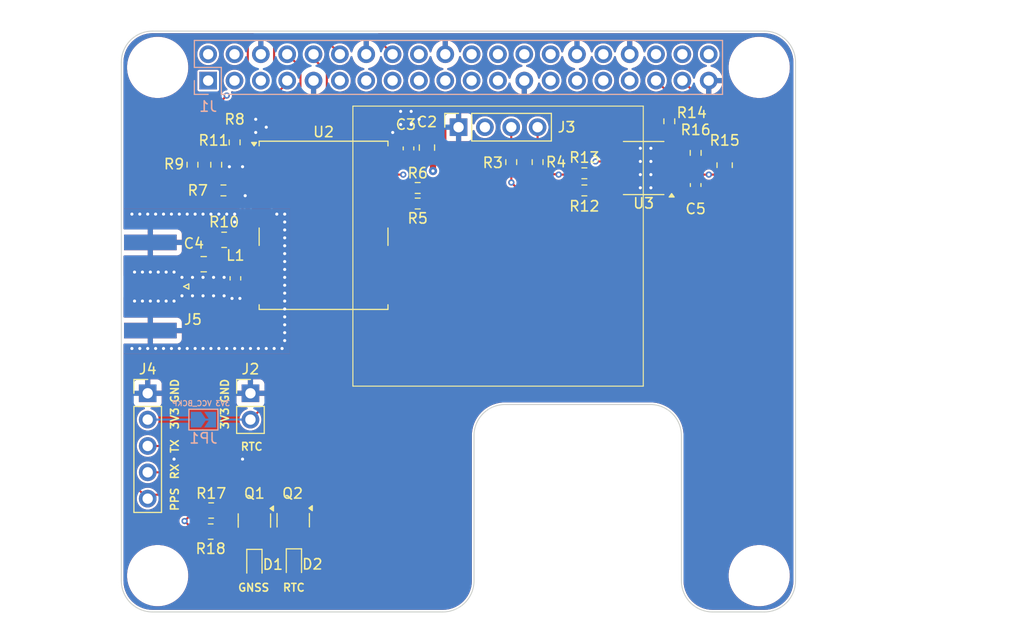
<source format=kicad_pcb>
(kicad_pcb (version 20241229) (generator "pcbnew") (generator_version "9.0")
  (title_block (date "15 nov 2012"))
  (layers (0 "F.Cu" signal) (4 "In1.Cu" signal) (6 "In2.Cu" signal) (2 "B.Cu" signal) (13 "F.Paste" user) (15 "B.Paste" user) (5 "F.SilkS" user "F.Silkscreen") (7 "B.SilkS" user "B.Silkscreen") (1 "F.Mask" user) (3 "B.Mask" user) (25 "Edge.Cuts" user))
  (net 0 "")
  (net 1 "GND")
  (net 2 "/GPIO17")
  (net 3 "/GPIO27")
  (net 4 "/GPIO22")
  (net 5 "/GPIO10{slash}SPI0.MOSI")
  (net 6 "/GPIO9{slash}SPI0.MISO")
  (net 7 "/GPIO25")
  (net 8 "/GPIO11{slash}SPI0.SCLK")
  (net 9 "/GPIO8{slash}SPI0.CE0")
  (net 10 "/GPIO7{slash}SPI0.CE1")
  (net 11 "/ID_SDA")
  (net 12 "/ID_SCL")
  (net 13 "/GPIO5")
  (net 14 "/GPIO6")
  (net 15 "/GPIO12{slash}PWM0")
  (net 16 "/GPIO13{slash}PWM1")
  (net 17 "/GPIO16")
  (net 18 "/GPIO20{slash}PCM.DIN")
  (net 19 "/GPIO21{slash}PCM.DOUT")
  (net 20 "+5V")
  (net 21 "UART_TX")
  (net 22 "+3.3V")
  (net 23 "UART_RX")
  (net 24 "SCL")
  (net 25 "SDA")
  (net 26 "PPS")
  (net 27 "VCC_BCKP")
  (net 28 "RESET")
  (net 29 "SAFEBOOT")
  (net 30 "EXTINT")
  (net 31 "PPS_RTC")
  (net 32 "RTC_RESET")
  (net 33 "Net-(D1-K)")
  (net 34 "Net-(D2-K)")
  (net 35 "Net-(C4-Pad1)")
  (net 36 "Net-(J3-Pin_3)")
  (net 37 "Net-(J3-Pin_4)")
  (net 38 "Net-(J5-In)")
  (net 39 "Net-(U2-TXD)")
  (net 40 "Net-(U2-RXD)")
  (net 41 "Net-(U2-EXTINT)")
  (net 42 "Net-(U2-SAFEBOOT_N)")
  (net 43 "Net-(U2-~{RESET})")
  (net 44 "Net-(U2-VCC_RF)")
  (net 45 "Net-(U2-TIMEPULSE)")
  (net 46 "Net-(U3-SCL)")
  (net 47 "Net-(U3-SDA)")
  (net 48 "Net-(U3-~{RST})")
  (net 49 "Net-(U3-~{INT}{slash}SQW)")
  (net 61 "Net-(D1-A)")
  (net 62 "Net-(D2-A)")
  (footprint "Connector_PinSocket_2.54mm:PinSocket_1x04_P2.54mm_Vertical" (layer "F.Cu") (at 132.512 53.264 90)
    (property "Reference" "J3" (at 0 10.414 180) (layer "F.SilkS"))
    (property "Value" "OLED")
    (pad "1" thru_hole rect (at 0 0 90) (size 1.7 1.7) (drill 1) (layers "*.Cu" "*.Mask") (net 1 "GND"))
    (pad "2" thru_hole oval (at 0 2.54 90) (size 1.7 1.7) (drill 1) (layers "*.Cu" "*.Mask") (net 22 "+3.3V"))
    (pad "3" thru_hole oval (at 0 5.08 90) (size 1.7 1.7) (drill 1) (layers "*.Cu" "*.Mask") (net 36 "Net-(J3-Pin_3)"))
    (pad "4" thru_hole oval (at 0 7.62 90) (size 1.7 1.7) (drill 1) (layers "*.Cu" "*.Mask") (net 37 "Net-(J3-Pin_4)"))
  )
  (footprint "Resistor_SMD:R_0805_2012Metric" (layer "F.Cu") (at 108.6595 90.221)
    (property "Reference" "R17" (at 0 -1.65 0) (layer "F.SilkS"))
    (property "Value" "1k")
    (pad "1" smd roundrect (at -0.9125 0) (size 1.025 1.4) (layers "F.Cu" "F.Mask" "F.Paste") (roundrect_rratio 0.243902) (net 22 "+3.3V"))
    (pad "2" smd roundrect (at 0.9125 0) (size 1.025 1.4) (layers "F.Cu" "F.Mask" "F.Paste") (roundrect_rratio 0.243902) (net 61 "Net-(D1-A)"))
  )
  (footprint "MountingHole:MountingHole_2.7mm_M2.5" (layer "F.Cu") (at 161.5 47.5)
    (property "Reference" "MH2" (hide yes))
    (property "Value" "MountingHole_2.7mm_M2.5" (hide yes))
    (pad "" np_thru_hole circle (at 0 0) (size 2.7 2.7) (drill 2.7) (layers "*.Cu" "*.Mask"))
  )
  (footprint "Resistor_SMD:R_0805_2012Metric" (layer "F.Cu") (at 108.6125 92.253)
    (property "Reference" "R18" (at 0 1.651 0) (layer "F.SilkS"))
    (property "Value" "1k")
    (pad "1" smd roundrect (at -0.9125 0) (size 1.025 1.4) (layers "F.Cu" "F.Mask" "F.Paste") (roundrect_rratio 0.243902) (net 22 "+3.3V"))
    (pad "2" smd roundrect (at 0.9125 0) (size 1.025 1.4) (layers "F.Cu" "F.Mask" "F.Paste") (roundrect_rratio 0.243902) (net 62 "Net-(D2-A)"))
  )
  (footprint "Resistor_SMD:R_0603_1608Metric" (layer "F.Cu") (at 140.132 56.629 -90)
    (property "Reference" "R4" (at 0 -1.778 0) (layer "F.SilkS"))
    (property "Value" "33")
    (pad "1" smd roundrect (at -0.825 0 270) (size 0.8 0.95) (layers "F.Cu" "F.Mask" "F.Paste") (net 37 "Net-(J3-Pin_4)"))
    (pad "2" smd roundrect (at 0.825 0 270) (size 0.8 0.95) (layers "F.Cu" "F.Mask" "F.Paste") (net 25 "SDA"))
  )
  (footprint "Resistor_SMD:R_0603_1608Metric" (layer "F.Cu") (at 155.372 55.741 -90)
    (property "Reference" "R16" (at -2.223 0 180) (layer "F.SilkS"))
    (property "Value" "33")
    (pad "1" smd roundrect (at -0.825 0 270) (size 0.8 0.95) (layers "F.Cu" "F.Mask" "F.Paste") (net 31 "PPS_RTC"))
    (pad "2" smd roundrect (at 0.825 0 270) (size 0.8 0.95) (layers "F.Cu" "F.Mask" "F.Paste") (net 49 "Net-(U3-~{INT}{slash}SQW)"))
  )
  (footprint "Resistor_SMD:R_0603_1608Metric" (layer "F.Cu") (at 137.592 56.629 90)
    (property "Reference" "R3" (at -0.063 -1.778 0) (layer "F.SilkS"))
    (property "Value" "33")
    (pad "1" smd roundrect (at -0.825 0 90) (size 0.8 0.95) (layers "F.Cu" "F.Mask" "F.Paste") (net 24 "SCL"))
    (pad "2" smd roundrect (at 0.825 0 90) (size 0.8 0.95) (layers "F.Cu" "F.Mask" "F.Paste") (net 36 "Net-(J3-Pin_3)"))
  )
  (footprint "Resistor_SMD:R_0603_1608Metric" (layer "F.Cu") (at 109.144 56.883 -90)
    (property "Reference" "R11" (at -2.349 0.254 180) (layer "F.SilkS"))
    (property "Value" "33")
    (pad "1" smd roundrect (at -0.825 0 270) (size 0.8 0.95) (layers "F.Cu" "F.Mask" "F.Paste") (net 26 "PPS"))
    (pad "2" smd roundrect (at 0.825 0 270) (size 0.8 0.95) (layers "F.Cu" "F.Mask" "F.Paste") (net 45 "Net-(U2-TIMEPULSE)"))
  )
  (footprint "Package_TO_SOT_SMD:SOT-23" (layer "F.Cu") (at 116.571 91.1585 -90)
    (property "Reference" "Q2" (at -2.5885 0.061 180) (layer "F.SilkS"))
    (property "Value" "BC846")
    (pad "1" smd roundrect (at -0.9375 -0.95 270) (size 1.475 0.6) (layers "F.Cu" "F.Mask" "F.Paste") (net 31 "PPS_RTC"))
    (pad "2" smd roundrect (at -0.9375 0.95 270) (size 1.475 0.6) (layers "F.Cu" "F.Mask" "F.Paste") (net 1 "GND"))
    (pad "3" smd roundrect (at 0.9375 0 270) (size 1.475 0.6) (layers "F.Cu" "F.Mask" "F.Paste") (net 34 "Net-(D2-K)"))
  )
  (footprint "RF_GPS:ublox_NEO" (layer "F.Cu") (at 119.496 62.724)
    (property "Reference" "U2" (at 0 -9 0) (layer "F.SilkS"))
    (property "Value" "NEO-F10T")
    (pad "1" smd roundrect (at -6 -7) (size 1.8 0.8) (layers "F.Cu" "F.Mask" "F.Paste") (net 42 "Net-(U2-SAFEBOOT_N)"))
    (pad "2" smd roundrect (at -6 -5.9) (size 1.8 0.8) (layers "F.Cu" "F.Mask" "F.Paste"))
    (pad "3" smd roundrect (at -6 -4.8) (size 1.8 0.8) (layers "F.Cu" "F.Mask" "F.Paste") (net 45 "Net-(U2-TIMEPULSE)"))
    (pad "4" smd roundrect (at -6 -3.7) (size 1.8 0.8) (layers "F.Cu" "F.Mask" "F.Paste") (net 41 "Net-(U2-EXTINT)"))
    (pad "5" smd roundrect (at -6 -2.6) (size 1.8 0.8) (layers "F.Cu" "F.Mask" "F.Paste"))
    (pad "6" smd roundrect (at -6 -1.5) (size 1.8 0.8) (layers "F.Cu" "F.Mask" "F.Paste"))
    (pad "7" smd roundrect (at -6 -0.4) (size 1.8 0.8) (layers "F.Cu" "F.Mask" "F.Paste"))
    (pad "8" smd roundrect (at -6 2.6) (size 1.8 0.8) (layers "F.Cu" "F.Mask" "F.Paste") (net 43 "Net-(U2-~{RESET})"))
    (pad "9" smd roundrect (at -6 3.7) (size 1.8 0.8) (layers "F.Cu" "F.Mask" "F.Paste") (net 44 "Net-(U2-VCC_RF)"))
    (pad "10" smd roundrect (at -6 4.8) (size 1.8 0.8) (layers "F.Cu" "F.Mask" "F.Paste") (net 1 "GND"))
    (pad "11" smd roundrect (at -6 5.9) (size 1.8 0.8) (layers "F.Cu" "F.Mask" "F.Paste") (net 38 "Net-(J5-In)"))
    (pad "12" smd roundrect (at -6 7) (size 1.8 0.8) (layers "F.Cu" "F.Mask" "F.Paste") (net 1 "GND"))
    (pad "13" smd roundrect (at 6 7) (size 1.8 0.8) (layers "F.Cu" "F.Mask" "F.Paste") (net 1 "GND"))
    (pad "14" smd roundrect (at 6 5.9) (size 1.8 0.8) (layers "F.Cu" "F.Mask" "F.Paste"))
    (pad "15" smd roundrect (at 6 4.8) (size 1.8 0.8) (layers "F.Cu" "F.Mask" "F.Paste"))
    (pad "16" smd roundrect (at 6 3.7) (size 1.8 0.8) (layers "F.Cu" "F.Mask" "F.Paste"))
    (pad "17" smd roundrect (at 6 2.6) (size 1.8 0.8) (layers "F.Cu" "F.Mask" "F.Paste"))
    (pad "18" smd roundrect (at 6 -0.4) (size 1.8 0.8) (layers "F.Cu" "F.Mask" "F.Paste"))
    (pad "19" smd roundrect (at 6 -1.5) (size 1.8 0.8) (layers "F.Cu" "F.Mask" "F.Paste"))
    (pad "20" smd roundrect (at 6 -2.6) (size 1.8 0.8) (layers "F.Cu" "F.Mask" "F.Paste") (net 39 "Net-(U2-TXD)"))
    (pad "21" smd roundrect (at 6 -3.7) (size 1.8 0.8) (layers "F.Cu" "F.Mask" "F.Paste") (net 40 "Net-(U2-RXD)"))
    (pad "22" smd roundrect (at 6 -4.8) (size 1.8 0.8) (layers "F.Cu" "F.Mask" "F.Paste") (net 27 "VCC_BCKP"))
    (pad "23" smd roundrect (at 6 -5.9) (size 1.8 0.8) (layers "F.Cu" "F.Mask" "F.Paste") (net 22 "+3.3V"))
    (pad "24" smd roundrect (at 6 -7) (size 1.8 0.8) (layers "F.Cu" "F.Mask" "F.Paste") (net 1 "GND"))
  )
  (footprint "Resistor_SMD:R_0805_2012Metric" (layer "F.Cu") (at 158.166 56.9235 -90)
    (property "Reference" "R15" (at -2.3895 0 180) (layer "F.SilkS"))
    (property "Value" "10k")
    (pad "1" smd roundrect (at -0.9125 0 270) (size 1.025 1.4) (layers "F.Cu" "F.Mask" "F.Paste") (roundrect_rratio 0.243902) (net 49 "Net-(U3-~{INT}{slash}SQW)"))
    (pad "2" smd roundrect (at 0.9125 0 270) (size 1.025 1.4) (layers "F.Cu" "F.Mask" "F.Paste") (roundrect_rratio 0.243902) (net 22 "+3.3V"))
  )
  (footprint "MountingHole:MountingHole_2.7mm_M2.5" (layer "F.Cu") (at 103.5 96.5)
    (property "Reference" "MH3" (hide yes))
    (property "Value" "MountingHole_2.7mm_M2.5" (hide yes))
    (pad "" np_thru_hole circle (at 0 0) (size 2.7 2.7) (drill 2.7) (layers "*.Cu" "*.Mask"))
  )
  (footprint "Capacitor_SMD:C_0603_1608Metric" (layer "F.Cu") (at 127.686 55.309 -90)
    (property "Reference" "C3" (at -2.299 0.254 180) (layer "F.SilkS"))
    (property "Value" "1u")
    (pad "1" smd roundrect (at -0.775 0 270) (size 0.9 0.95) (layers "F.Cu" "F.Mask" "F.Paste") (net 1 "GND"))
    (pad "2" smd roundrect (at 0.775 0 270) (size 0.9 0.95) (layers "F.Cu" "F.Mask" "F.Paste") (net 22 "+3.3V"))
  )
  (footprint "Capacitor_SMD:C_0805_2012Metric" (layer "F.Cu") (at 107.94 66.472 180)
    (property "Reference" "C4" (at 0.95 2 0) (layer "F.SilkS"))
    (property "Value" "10n")
    (pad "1" smd roundrect (at -0.95 0 180) (size 1 1.45) (layers "F.Cu" "F.Mask" "F.Paste") (net 35 "Net-(C4-Pad1)"))
    (pad "2" smd roundrect (at 0.95 0 180) (size 1 1.45) (layers "F.Cu" "F.Mask" "F.Paste") (net 1 "GND"))
  )
  (footprint "Resistor_SMD:R_0603_1608Metric" (layer "F.Cu") (at 110.922 54.725 -90)
    (property "Reference" "R8" (at -2.223 0 180) (layer "F.SilkS"))
    (property "Value" "33")
    (pad "1" smd roundrect (at -0.825 0 270) (size 0.8 0.95) (layers "F.Cu" "F.Mask" "F.Paste") (net 29 "SAFEBOOT"))
    (pad "2" smd roundrect (at 0.825 0 270) (size 0.8 0.95) (layers "F.Cu" "F.Mask" "F.Paste") (net 42 "Net-(U2-SAFEBOOT_N)"))
  )
  (footprint "Connector_PinHeader_2.54mm:PinHeader_1x02_P2.54mm_Vertical" (layer "F.Cu") (at 112.446 78.918)
    (property "Reference" "J2" (at 0 -2.33 0) (layer "F.SilkS"))
    (property "Value" "BCKP_PWR")
    (pad "1" thru_hole rect (at 0 0) (size 1.7 1.7) (drill 1) (layers "*.Cu" "*.Mask") (net 1 "GND"))
    (pad "2" thru_hole oval (at 0 2.54) (size 1.7 1.7) (drill 1) (layers "*.Cu" "*.Mask") (net 27 "VCC_BCKP"))
  )
  (footprint "MountingHole:MountingHole_2.7mm_M2.5" (layer "F.Cu") (at 103.5 47.5)
    (property "Reference" "MH1" (hide yes))
    (property "Value" "MountingHole_2.7mm_M2.5" (hide yes))
    (pad "" np_thru_hole circle (at 0 0) (size 2.7 2.7) (drill 2.7) (layers "*.Cu" "*.Mask"))
  )
  (footprint "Resistor_SMD:R_0603_1608Metric" (layer "F.Cu") (at 144.641 59.36)
    (property "Reference" "R12" (at 0 1.524 0) (layer "F.SilkS"))
    (property "Value" "33")
    (pad "1" smd roundrect (at -0.825 0) (size 0.8 0.95) (layers "F.Cu" "F.Mask" "F.Paste") (net 24 "SCL"))
    (pad "2" smd roundrect (at 0.825 0) (size 0.8 0.95) (layers "F.Cu" "F.Mask" "F.Paste") (net 46 "Net-(U3-SCL)"))
  )
  (footprint "Connector_PinHeader_2.54mm:PinHeader_1x05_P2.54mm_Vertical" (layer "F.Cu") (at 102.54 78.918)
    (property "Reference" "J4" (at 0 -2.33 0) (layer "F.SilkS"))
    (property "Value" "EXTERNAL")
    (pad "1" thru_hole rect (at 0 0) (size 1.7 1.7) (drill 1) (layers "*.Cu" "*.Mask") (net 1 "GND"))
    (pad "2" thru_hole oval (at 0 2.54) (size 1.7 1.7) (drill 1) (layers "*.Cu" "*.Mask") (net 22 "+3.3V"))
    (pad "3" thru_hole oval (at 0 5.08) (size 1.7 1.7) (drill 1) (layers "*.Cu" "*.Mask") (net 21 "UART_TX"))
    (pad "4" thru_hole oval (at 0 7.62) (size 1.7 1.7) (drill 1) (layers "*.Cu" "*.Mask") (net 23 "UART_RX"))
    (pad "5" thru_hole oval (at 0 10.16) (size 1.7 1.7) (drill 1) (layers "*.Cu" "*.Mask") (net 26 "PPS"))
  )
  (footprint "Capacitor_SMD:C_0805_2012Metric" (layer "F.Cu") (at 129.464 55.23 -90)
    (property "Reference" "C2" (at -2.474 0 180) (layer "F.SilkS"))
    (property "Value" "22u")
    (pad "1" smd roundrect (at -0.95 0 270) (size 1 1.45) (layers "F.Cu" "F.Mask" "F.Paste") (net 1 "GND"))
    (pad "2" smd roundrect (at 0.95 0 270) (size 1 1.45) (layers "F.Cu" "F.Mask" "F.Paste") (net 22 "+3.3V"))
  )
  (footprint "Resistor_SMD:R_0603_1608Metric" (layer "F.Cu") (at 152.832 52.693 90)
    (property "Reference" "R14" (at 0.826 2.159 180) (layer "F.SilkS"))
    (property "Value" "33")
    (pad "1" smd roundrect (at -0.825 0 90) (size 0.8 0.95) (layers "F.Cu" "F.Mask" "F.Paste") (net 48 "Net-(U3-~{RST})"))
    (pad "2" smd roundrect (at 0.825 0 90) (size 0.8 0.95) (layers "F.Cu" "F.Mask" "F.Paste") (net 32 "RTC_RESET"))
  )
  (footprint "Inductor_SMD:L_0603_1608Metric" (layer "F.Cu") (at 110.996 67.8365 -90)
    (property "Reference" "L1" (at -2.2125 0 180) (layer "F.SilkS"))
    (property "Value" "47n")
    (pad "1" smd roundrect (at -0.7875 0 270) (size 0.875 0.95) (layers "F.Cu" "F.Mask" "F.Paste") (net 35 "Net-(C4-Pad1)"))
    (pad "2" smd roundrect (at 0.7875 0 270) (size 0.875 0.95) (layers "F.Cu" "F.Mask" "F.Paste") (net 38 "Net-(J5-In)"))
  )
  (footprint "Resistor_SMD:R_0603_1608Metric" (layer "F.Cu") (at 144.641 57.709 180)
    (property "Reference" "R13" (at 0 1.524 0) (layer "F.SilkS"))
    (property "Value" "33")
    (pad "1" smd roundrect (at -0.825 0 180) (size 0.8 0.95) (layers "F.Cu" "F.Mask" "F.Paste") (net 47 "Net-(U3-SDA)"))
    (pad "2" smd roundrect (at 0.825 0 180) (size 0.8 0.95) (layers "F.Cu" "F.Mask" "F.Paste") (net 25 "SDA"))
  )
  (footprint "Package_SO:SOIC-8_3.9x4.9mm_P1.27mm" (layer "F.Cu") (at 150.357 57.201 180)
    (property "Reference" "U3" (at 0 -3.4 0) (layer "F.SilkS"))
    (property "Value" "DS3231MZ")
    (pad "1" smd roundrect (at -2.475 -1.905 180) (size 1.95 0.6) (layers "F.Cu" "F.Mask" "F.Paste"))
    (pad "2" smd roundrect (at -2.475 -0.635 180) (size 1.95 0.6) (layers "F.Cu" "F.Mask" "F.Paste") (net 22 "+3.3V"))
    (pad "3" smd roundrect (at -2.475 0.635 180) (size 1.95 0.6) (layers "F.Cu" "F.Mask" "F.Paste") (net 49 "Net-(U3-~{INT}{slash}SQW)"))
    (pad "4" smd roundrect (at -2.475 1.905 180) (size 1.95 0.6) (layers "F.Cu" "F.Mask" "F.Paste") (net 48 "Net-(U3-~{RST})"))
    (pad "5" smd roundrect (at 2.475 1.905 180) (size 1.95 0.6) (layers "F.Cu" "F.Mask" "F.Paste") (net 1 "GND"))
    (pad "6" smd roundrect (at 2.475 0.635 180) (size 1.95 0.6) (layers "F.Cu" "F.Mask" "F.Paste") (net 27 "VCC_BCKP"))
    (pad "7" smd roundrect (at 2.475 -0.635 180) (size 1.95 0.6) (layers "F.Cu" "F.Mask" "F.Paste") (net 47 "Net-(U3-SDA)"))
    (pad "8" smd roundrect (at 2.475 -1.905 180) (size 1.95 0.6) (layers "F.Cu" "F.Mask" "F.Paste") (net 46 "Net-(U3-SCL)"))
  )
  (footprint "MountingHole:MountingHole_2.7mm_M2.5" (layer "F.Cu") (at 161.5 96.5)
    (property "Reference" "MH4" (hide yes))
    (property "Value" "MountingHole_2.7mm_M2.5" (hide yes))
    (pad "" np_thru_hole circle (at 0 0) (size 2.7 2.7) (drill 2.7) (layers "*.Cu" "*.Mask"))
  )
  (footprint "LED_SMD:LED_0603_1608Metric" (layer "F.Cu") (at 116.637 95.4025 -90)
    (property "Reference" "D2" (at 0 -1.778 180) (layer "F.SilkS"))
    (property "Value" "LED")
    (pad "1" smd roundrect (at -0.7875 0 270) (size 0.875 0.95) (layers "F.Cu" "F.Mask" "F.Paste") (net 34 "Net-(D2-K)"))
    (pad "2" smd roundrect (at 0.7875 0 270) (size 0.875 0.95) (layers "F.Cu" "F.Mask" "F.Paste") (net 62 "Net-(D2-A)"))
  )
  (footprint "Package_TO_SOT_SMD:SOT-23" (layer "F.Cu") (at 112.827 91.1885 -90)
    (property "Reference" "Q1" (at -2.6185 0 180) (layer "F.SilkS"))
    (property "Value" "BC846")
    (pad "1" smd roundrect (at -0.9375 -0.95 270) (size 1.475 0.6) (layers "F.Cu" "F.Mask" "F.Paste") (net 26 "PPS"))
    (pad "2" smd roundrect (at -0.9375 0.95 270) (size 1.475 0.6) (layers "F.Cu" "F.Mask" "F.Paste") (net 1 "GND"))
    (pad "3" smd roundrect (at 0.9375 0 270) (size 1.475 0.6) (layers "F.Cu" "F.Mask" "F.Paste") (net 33 "Net-(D1-K)"))
  )
  (footprint "LED_SMD:LED_0603_1608Metric" (layer "F.Cu") (at 112.827 95.4535 -90)
    (property "Reference" "D1" (at -0.0255 -1.778 180) (layer "F.SilkS"))
    (property "Value" "LED")
    (pad "1" smd roundrect (at -0.7875 0 270) (size 0.875 0.95) (layers "F.Cu" "F.Mask" "F.Paste") (net 33 "Net-(D1-K)"))
    (pad "2" smd roundrect (at 0.7875 0 270) (size 0.875 0.95) (layers "F.Cu" "F.Mask" "F.Paste") (net 61 "Net-(D1-A)"))
  )
  (footprint "Resistor_SMD:R_0603_1608Metric" (layer "F.Cu") (at 128.571 59.124)
    (property "Reference" "R6" (at 0 -1.43 0) (layer "F.SilkS"))
    (property "Value" "33")
    (pad "1" smd roundrect (at -0.825 0) (size 0.8 0.95) (layers "F.Cu" "F.Mask" "F.Paste") (net 40 "Net-(U2-RXD)"))
    (pad "2" smd roundrect (at 0.825 0) (size 0.8 0.95) (layers "F.Cu" "F.Mask" "F.Paste") (net 21 "UART_TX"))
  )
  (footprint "Resistor_SMD:R_0603_1608Metric" (layer "F.Cu") (at 128.571 60.624 180)
    (property "Reference" "R5" (at 0 -1.43 0) (layer "F.SilkS"))
    (property "Value" "33")
    (pad "1" smd roundrect (at -0.825 0 180) (size 0.8 0.95) (layers "F.Cu" "F.Mask" "F.Paste") (net 23 "UART_RX"))
    (pad "2" smd roundrect (at 0.825 0 180) (size 0.8 0.95) (layers "F.Cu" "F.Mask" "F.Paste") (net 39 "Net-(U2-TXD)"))
  )
  (footprint "Resistor_SMD:R_0805_2012Metric" (layer "F.Cu") (at 109.9085 64.124 180)
    (property "Reference" "R10" (at 0.0025 1.716 0) (layer "F.SilkS"))
    (property "Value" "10")
    (pad "1" smd roundrect (at -0.9125 0 180) (size 1.025 1.4) (layers "F.Cu" "F.Mask" "F.Paste") (roundrect_rratio 0.243902) (net 44 "Net-(U2-VCC_RF)"))
    (pad "2" smd roundrect (at 0.9125 0 180) (size 1.025 1.4) (layers "F.Cu" "F.Mask" "F.Paste") (roundrect_rratio 0.243902) (net 35 "Net-(C4-Pad1)"))
  )
  (footprint "Resistor_SMD:R_0603_1608Metric" (layer "F.Cu") (at 106.858 56.883 90)
    (property "Reference" "R9" (at 0.063 -1.778 180) (layer "F.SilkS"))
    (property "Value" "33")
    (pad "1" smd roundrect (at -0.825 0 90) (size 0.8 0.95) (layers "F.Cu" "F.Mask" "F.Paste") (net 43 "Net-(U2-~{RESET})"))
    (pad "2" smd roundrect (at 0.825 0 90) (size 0.8 0.95) (layers "F.Cu" "F.Mask" "F.Paste") (net 28 "RESET"))
  )
  (footprint "Connector_Coaxial:SMA_Amphenol_132289_EdgeMount" (layer "F.Cu") (at 102.794 68.624 180)
    (property "Reference" "J5" (at -4.108 -3.182 180) (layer "F.SilkS"))
    (property "Value" "SMA")
    (pad "1" smd rect (at 0 0 270) (size 1.5 5.08) (layers "F.Cu" "F.Mask" "F.Paste") (net 38 "Net-(J5-In)"))
    (pad "2" smd rect (at 0 -4.25 270) (size 1.5 5.08) (layers "F.Cu" "F.Mask" "F.Paste") (net 1 "GND"))
    (pad "2" smd rect (at 0 -4.25 270) (size 1.5 5.08) (layers "B.Cu" "B.Mask" "B.Paste") (net 1 "GND"))
    (pad "2" smd rect (at 0 4.25 270) (size 1.5 5.08) (layers "F.Cu" "F.Mask" "F.Paste") (net 1 "GND"))
    (pad "2" smd rect (at 0 4.25 270) (size 1.5 5.08) (layers "B.Cu" "B.Mask" "B.Paste") (net 1 "GND"))
  )
  (footprint "Resistor_SMD:R_0603_1608Metric" (layer "F.Cu") (at 109.843 59.36)
    (property "Reference" "R7" (at -2.477 0 0) (layer "F.SilkS"))
    (property "Value" "33")
    (pad "1" smd roundrect (at -0.825 0) (size 0.8 0.95) (layers "F.Cu" "F.Mask" "F.Paste") (net 30 "EXTINT"))
    (pad "2" smd roundrect (at 0.825 0) (size 0.8 0.95) (layers "F.Cu" "F.Mask" "F.Paste") (net 41 "Net-(U2-EXTINT)"))
  )
  (footprint "Capacitor_SMD:C_0603_1608Metric" (layer "F.Cu") (at 155.372 58.839 -90)
    (property "Reference" "C5" (at 2.299 0 180) (layer "F.SilkS"))
    (property "Value" "1u")
    (pad "1" smd roundrect (at -0.775 0 270) (size 0.9 0.95) (layers "F.Cu" "F.Mask" "F.Paste") (net 22 "+3.3V"))
    (pad "2" smd roundrect (at 0.775 0 270) (size 0.9 0.95) (layers "F.Cu" "F.Mask" "F.Paste") (net 1 "GND"))
  )
  (footprint "Connector_PinSocket_2.54mm:PinSocket_2x20_P2.54mm_Vertical" (layer "B.Cu") (at 108.37 48.77 -90)
    (property "Reference" "J1" (at 2.5 0 0) (layer "B.SilkS") (effects (justify mirror)))
    (property "Value" "GPIO")
    (pad "1" thru_hole rect (at 0 0 270) (size 1.7 1.7) (drill 1) (layers "*.Cu" "*.Mask") (net 22 "+3.3V"))
    (pad "2" thru_hole oval (at -2.54 0 270) (size 1.7 1.7) (drill 1) (layers "*.Cu" "*.Mask") (net 20 "+5V"))
    (pad "3" thru_hole oval (at 0 -2.54 270) (size 1.7 1.7) (drill 1) (layers "*.Cu" "*.Mask") (net 25 "SDA"))
    (pad "4" thru_hole oval (at -2.54 -2.54 270) (size 1.7 1.7) (drill 1) (layers "*.Cu" "*.Mask") (net 20 "+5V"))
    (pad "5" thru_hole oval (at 0 -5.08 270) (size 1.7 1.7) (drill 1) (layers "*.Cu" "*.Mask") (net 24 "SCL"))
    (pad "6" thru_hole oval (at -2.54 -5.08 270) (size 1.7 1.7) (drill 1) (layers "*.Cu" "*.Mask") (net 1 "GND"))
    (pad "7" thru_hole oval (at 0 -7.62 270) (size 1.7 1.7) (drill 1) (layers "*.Cu" "*.Mask") (net 26 "PPS"))
    (pad "8" thru_hole oval (at -2.54 -7.62 270) (size 1.7 1.7) (drill 1) (layers "*.Cu" "*.Mask") (net 21 "UART_TX"))
    (pad "9" thru_hole oval (at 0 -10.16 270) (size 1.7 1.7) (drill 1) (layers "*.Cu" "*.Mask") (net 1 "GND"))
    (pad "10" thru_hole oval (at -2.54 -10.16 270) (size 1.7 1.7) (drill 1) (layers "*.Cu" "*.Mask") (net 23 "UART_RX"))
    (pad "11" thru_hole oval (at 0 -12.7 270) (size 1.7 1.7) (drill 1) (layers "*.Cu" "*.Mask") (net 2 "/GPIO17"))
    (pad "12" thru_hole oval (at -2.54 -12.7 270) (size 1.7 1.7) (drill 1) (layers "*.Cu" "*.Mask") (net 29 "SAFEBOOT"))
    (pad "13" thru_hole oval (at 0 -15.24 270) (size 1.7 1.7) (drill 1) (layers "*.Cu" "*.Mask") (net 3 "/GPIO27"))
    (pad "14" thru_hole oval (at -2.54 -15.24 270) (size 1.7 1.7) (drill 1) (layers "*.Cu" "*.Mask") (net 1 "GND"))
    (pad "15" thru_hole oval (at 0 -17.78 270) (size 1.7 1.7) (drill 1) (layers "*.Cu" "*.Mask") (net 4 "/GPIO22"))
    (pad "16" thru_hole oval (at -2.54 -17.78 270) (size 1.7 1.7) (drill 1) (layers "*.Cu" "*.Mask") (net 30 "EXTINT"))
    (pad "17" thru_hole oval (at 0 -20.32 270) (size 1.7 1.7) (drill 1) (layers "*.Cu" "*.Mask") (net 22 "+3.3V"))
    (pad "18" thru_hole oval (at -2.54 -20.32 270) (size 1.7 1.7) (drill 1) (layers "*.Cu" "*.Mask") (net 28 "RESET"))
    (pad "19" thru_hole oval (at 0 -22.86 270) (size 1.7 1.7) (drill 1) (layers "*.Cu" "*.Mask") (net 5 "/GPIO10{slash}SPI0.MOSI"))
    (pad "20" thru_hole oval (at -2.54 -22.86 270) (size 1.7 1.7) (drill 1) (layers "*.Cu" "*.Mask") (net 1 "GND"))
    (pad "21" thru_hole oval (at 0 -25.4 270) (size 1.7 1.7) (drill 1) (layers "*.Cu" "*.Mask") (net 6 "/GPIO9{slash}SPI0.MISO"))
    (pad "22" thru_hole oval (at -2.54 -25.4 270) (size 1.7 1.7) (drill 1) (layers "*.Cu" "*.Mask") (net 7 "/GPIO25"))
    (pad "23" thru_hole oval (at 0 -27.94 270) (size 1.7 1.7) (drill 1) (layers "*.Cu" "*.Mask") (net 8 "/GPIO11{slash}SPI0.SCLK"))
    (pad "24" thru_hole oval (at -2.54 -27.94 270) (size 1.7 1.7) (drill 1) (layers "*.Cu" "*.Mask") (net 9 "/GPIO8{slash}SPI0.CE0"))
    (pad "25" thru_hole oval (at 0 -30.48 270) (size 1.7 1.7) (drill 1) (layers "*.Cu" "*.Mask") (net 1 "GND"))
    (pad "26" thru_hole oval (at -2.54 -30.48 270) (size 1.7 1.7) (drill 1) (layers "*.Cu" "*.Mask") (net 10 "/GPIO7{slash}SPI0.CE1"))
    (pad "27" thru_hole oval (at 0 -33.02 270) (size 1.7 1.7) (drill 1) (layers "*.Cu" "*.Mask") (net 11 "/ID_SDA"))
    (pad "28" thru_hole oval (at -2.54 -33.02 270) (size 1.7 1.7) (drill 1) (layers "*.Cu" "*.Mask") (net 12 "/ID_SCL"))
    (pad "29" thru_hole oval (at 0 -35.56 270) (size 1.7 1.7) (drill 1) (layers "*.Cu" "*.Mask") (net 13 "/GPIO5"))
    (pad "30" thru_hole oval (at -2.54 -35.56 270) (size 1.7 1.7) (drill 1) (layers "*.Cu" "*.Mask") (net 1 "GND"))
    (pad "31" thru_hole oval (at 0 -38.1 270) (size 1.7 1.7) (drill 1) (layers "*.Cu" "*.Mask") (net 14 "/GPIO6"))
    (pad "32" thru_hole oval (at -2.54 -38.1 270) (size 1.7 1.7) (drill 1) (layers "*.Cu" "*.Mask") (net 15 "/GPIO12{slash}PWM0"))
    (pad "33" thru_hole oval (at 0 -40.64 270) (size 1.7 1.7) (drill 1) (layers "*.Cu" "*.Mask") (net 16 "/GPIO13{slash}PWM1"))
    (pad "34" thru_hole oval (at -2.54 -40.64 270) (size 1.7 1.7) (drill 1) (layers "*.Cu" "*.Mask") (net 1 "GND"))
    (pad "35" thru_hole oval (at 0 -43.18 270) (size 1.7 1.7) (drill 1) (layers "*.Cu" "*.Mask") (net 32 "RTC_RESET"))
    (pad "36" thru_hole oval (at -2.54 -43.18 270) (size 1.7 1.7) (drill 1) (layers "*.Cu" "*.Mask") (net 17 "/GPIO16"))
    (pad "37" thru_hole oval (at 0 -45.72 270) (size 1.7 1.7) (drill 1) (layers "*.Cu" "*.Mask") (net 31 "PPS_RTC"))
    (pad "38" thru_hole oval (at -2.54 -45.72 270) (size 1.7 1.7) (drill 1) (layers "*.Cu" "*.Mask") (net 18 "/GPIO20{slash}PCM.DIN"))
    (pad "39" thru_hole oval (at 0 -48.26 270) (size 1.7 1.7) (drill 1) (layers "*.Cu" "*.Mask") (net 1 "GND"))
    (pad "40" thru_hole oval (at -2.54 -48.26 270) (size 1.7 1.7) (drill 1) (layers "*.Cu" "*.Mask") (net 19 "/GPIO21{slash}PCM.DOUT"))
  )
  (footprint "Jumper:SolderJumper-2_P1.3mm_Open_TrianglePad1.0x1.5mm" (layer "B.Cu") (at 107.911 81.458)
    (property "Reference" "JP1" (at 0 1.8 0) (layer "B.SilkS") (effects (justify mirror)))
    (property "Value" "VCC_BCPK_JMPR")
    (pad "1" smd custom (at -0.725 0) (size 0.3 0.3) (layers "B.Cu" "B.Mask") (net 22 "+3.3V") (options (clearance outline) (anchor rect)) (primitives (gr_poly (pts (xy 1 0) (xy 0.5 -0.75) (xy -0.5 -0.75) (xy -0.5 0.75) (xy 0.5 0.75)) (width 0) (fill yes))))
    (pad "2" smd custom (at 0.725 0) (size 0.3 0.3) (layers "B.Cu" "B.Mask") (net 27 "VCC_BCKP") (options (clearance outline) (anchor rect)) (primitives (gr_poly (pts (xy 0.5 -0.75) (xy -0.65 -0.75) (xy -0.15 0) (xy -0.65 0.75) (xy 0.5 0.75)) (width 0) (fill yes))))
  )
  (gr_line (start 122.322 51.232) (end 150.322 51.232) (stroke (width 0.1)) (layer "F.SilkS"))
  (gr_line (start 150.322 78.232) (end 122.322 78.232) (stroke (width 0.1)) (layer "F.SilkS"))
  (gr_line (start 122.322 78.232) (end 122.322 51.232) (stroke (width 0.1)) (layer "F.SilkS"))
  (gr_line (start 150.322 51.232) (end 150.322 78.232) (stroke (width 0.1)) (layer "F.SilkS"))
  (gr_arc (start 162 44) (mid 164.12132 44.87868) (end 165 47) (stroke (width 0.1)) (layer "Edge.Cuts"))
  (gr_line (start 165 97) (end 165 47) (stroke (width 0.1)) (layer "Edge.Cuts"))
  (gr_line (start 100 47) (end 100 81) (stroke (width 0.1)) (layer "Edge.Cuts"))
  (gr_line (start 134 97) (end 134 83) (stroke (width 0.1)) (layer "Edge.Cuts"))
  (gr_arc (start 103 100) (mid 100.87868 99.12132) (end 100 97) (stroke (width 0.1)) (layer "Edge.Cuts"))
  (gr_line (start 103 100) (end 131 100) (stroke (width 0.1)) (layer "Edge.Cuts"))
  (gr_arc (start 134 83) (mid 134.87868 80.87868) (end 137 80) (stroke (width 0.1)) (layer "Edge.Cuts"))
  (gr_arc (start 134 97) (mid 133.12132 99.12132) (end 131 100) (stroke (width 0.1)) (layer "Edge.Cuts"))
  (gr_line (start 157 100) (end 162 100) (stroke (width 0.1)) (layer "Edge.Cuts"))
  (gr_arc (start 165 97) (mid 164.12132 99.12132) (end 162 100) (stroke (width 0.1)) (layer "Edge.Cuts"))
  (gr_arc (start 157 100) (mid 154.87868 99.12132) (end 154 97) (stroke (width 0.1)) (layer "Edge.Cuts"))
  (gr_arc (start 100 47) (mid 100.87868 44.87868) (end 103 44) (stroke (width 0.1)) (layer "Edge.Cuts"))
  (gr_line (start 137 80) (end 151 80) (stroke (width 0.1)) (layer "Edge.Cuts"))
  (gr_arc (start 151 80) (mid 153.12132 80.87868) (end 154 83) (stroke (width 0.1)) (layer "Edge.Cuts"))
  (gr_line (start 100 81) (end 100 97) (stroke (width 0.1)) (layer "Edge.Cuts"))
  (gr_line (start 154 97) (end 154 83) (stroke (width 0.1)) (layer "Edge.Cuts"))
  (gr_line (start 162 44) (end 103 44) (stroke (width 0.1)) (layer "Edge.Cuts"))
  (gr_text "GNSS" (at 111.176 98.095 0) (layer "F.SilkS") (effects (font (size 0.75 0.75) (thickness 0.15) (bold yes)) (justify left bottom)))
  (gr_text "3V3" (at 110.414 82.474 90) (layer "F.SilkS") (effects (font (size 0.75 0.75) (thickness 0.15) (bold yes)) (justify left bottom)))
  (gr_text "RTC\n" (at 111.43 84.506 0) (layer "F.SilkS") (effects (font (size 0.75 0.75) (thickness 0.15) (bold yes)) (justify left bottom)))
  (gr_text "RTC" (at 115.494 98.095 0) (layer "F.SilkS") (effects (font (size 0.75 0.75) (thickness 0.15) (bold yes)) (justify left bottom)))
  (gr_text "GND" (at 105.588 79.934 90) (layer "F.SilkS") (effects (font (size 0.75 0.75) (thickness 0.15) (bold yes)) (justify left bottom)))
  (gr_text "PPS" (at 105.588 90.348 90) (layer "F.SilkS") (effects (font (size 0.75 0.75) (thickness 0.15) (bold yes)) (justify left bottom)))
  (gr_text "GND" (at 110.414 79.934 90) (layer "F.SilkS") (effects (font (size 0.75 0.75) (thickness 0.15) (bold yes)) (justify left bottom)))
  (gr_text "TX\n" (at 105.588 84.76 90) (layer "F.SilkS") (effects (font (size 0.75 0.75) (thickness 0.15) (bold yes)) (justify left bottom)))
  (gr_text "3V3" (at 105.588 82.474 90) (layer "F.SilkS") (effects (font (size 0.75 0.75) (thickness 0.15) (bold yes)) (justify left bottom)))
  (gr_text "RX\n" (at 105.588 87.3 90) (layer "F.SilkS") (effects (font (size 0.75 0.75) (thickness 0.15) (bold yes)) (justify left bottom)))
  (gr_text "3V3 VCC_BCKP" (at 104.826 80.188 0) (layer "B.SilkS") (effects (font (size 0.5 0.5) (thickness 0.1) (bold yes)) (justify right bottom mirror)))
  (via (at 114.986 61.646) (size 0.6) (drill 0.3) (layers "F.Cu" "B.Cu") (net 1))
  (via (at 107.874 67.742) (size 0.6) (drill 0.3) (layers "F.Cu" "B.Cu") (net 1))
  (via (at 111.43 69.774) (size 0.6) (drill 0.3) (layers "F.Cu" "B.Cu") (net 1))
  (via (at 126.924 51.74) (size 0.6) (drill 0.3) (layers "F.Cu" "B.Cu") (net 1))
  (via (at 109.398 61.646) (size 0.6) (drill 0.3) (layers "F.Cu" "B.Cu") (net 1))
  (via (at 128.702 52.502) (size 0.6) (drill 0.3) (layers "F.Cu" "B.Cu") (net 1))
  (via (at 110.414 57.074) (size 0.6) (drill 0.3) (layers "F.Cu" "B.Cu") (net 1))
  (via (at 105.08 70.028) (size 0.6) (drill 0.3) (layers "F.Cu" "B.Cu") (net 1))
  (via (at 111.684 74.6) (size 0.6) (drill 0.3) (layers "F.Cu" "B.Cu") (net 1))
  (via (at 111.684 85.268) (size 0.6) (drill 0.3) (layers "F.Cu" "B.Cu") (net 1))
  (via (at 101.27 67.234) (size 0.6) (drill 0.3) (layers "F.Cu" "B.Cu") (net 1))
  (via (at 105.842 67.742) (size 0.6) (drill 0.3) (layers "F.Cu" "B.Cu") (net 1))
  (via (at 109.906 67.742) (size 0.6) (drill 0.3) (layers "F.Cu" "B.Cu") (net 1))
  (via (at 151.054 57.836) (size 0.6) (drill 0.3) (layers "F.Cu" "B.Cu") (net 1))
  (via (at 115.748 72.314) (size 0.6) (drill 0.3) (layers "F.Cu" "B.Cu") (net 1))
  (via (at 101.016 74.6) (size 0.6) (drill 0.3) (layers "F.Cu" "B.Cu") (net 1))
  (via (at 109.398 74.6) (size 0.6) (drill 0.3) (layers "F.Cu" "B.Cu") (net 1))
  (via (at 104.826 74.6) (size 0.6) (drill 0.3) (layers "F.Cu" "B.Cu") (net 1))
  (via (at 102.54 61.646) (size 0.6) (drill 0.3) (layers "F.Cu" "B.Cu") (net 1))
  (via (at 115.748 70.79) (size 0.6) (drill 0.3) (layers "F.Cu" "B.Cu") (net 1))
  (via (at 101.27 70.028) (size 0.6) (drill 0.3) (layers "F.Cu" "B.Cu") (net 1))
  (via (at 115.748 73.838) (size 0.6) (drill 0.3) (layers "F.Cu" "B.Cu") (net 1))
  (via (at 115.748 66.218) (size 0.6) (drill 0.3) (layers "F.Cu" "B.Cu") (net 1))
  (via (at 151.054 56.566) (size 0.6) (drill 0.3) (layers "F.Cu" "B.Cu") (net 1))
  (via (at 106.35 61.646) (size 0.6) (drill 0.3) (layers "F.Cu" "B.Cu") (net 1))
  (via (at 112.954 53.772) (size 0.6) (drill 0.3) (layers "F.Cu" "B.Cu") (net 1))
  (via (at 108.89 67.742) (size 0.6) (drill 0.3) (layers "F.Cu" "B.Cu") (net 1))
  (via (at 115.748 61.646) (size 0.6) (drill 0.3) (layers "F.Cu" "B.Cu") (net 1))
  (via (at 151.054 59.106) (size 0.6) (drill 0.3) (layers "F.Cu" "B.Cu") (net 1))
  (via (at 105.08 85.268) (size 0.6) (drill 0.3) (layers "F.Cu" "B.Cu") (net 1))
  (via (at 115.748 63.17) (size 0.6) (drill 0.3) (layers "F.Cu" "B.Cu") (net 1))
  (via (at 115.494 74.6) (size 0.6) (drill 0.3) (layers "F.Cu" "B.Cu") (net 1))
  (via (at 105.588 74.6) (size 0.6) (drill 0.3) (layers "F.Cu" "B.Cu") (net 1))
  (via (at 106.858 67.742) (size 0.6) (drill 0.3) (layers "F.Cu" "B.Cu") (net 1))
  (via (at 101.778 74.6) (size 0.6) (drill 0.3) (layers "F.Cu" "B.Cu") (net 1))
  (via (at 105.842 69.52) (size 0.6) (drill 0.3) (layers "F.Cu" "B.Cu") (net 1))
  (via (at 109.906 69.52) (size 0.6) (drill 0.3) (layers "F.Cu" "B.Cu") (net 1))
  (via (at 115.748 70.028) (size 0.6) (drill 0.3) (layers "F.Cu" "B.Cu") (net 1))
  (via (at 106.858 69.52) (size 0.6) (drill 0.3) (layers "F.Cu" "B.Cu") (net 1))
  (via (at 150.038 56.566) (size 0.6) (drill 0.3) (layers "F.Cu" "B.Cu") (net 1))
  (via (at 102.032 67.234) (size 0.6) (drill 0.3) (layers "F.Cu" "B.Cu") (net 1))
  (via (at 115.748 64.694) (size 0.6) (drill 0.3) (layers "F.Cu" "B.Cu") (net 1))
  (via (at 115.748 67.742) (size 0.6) (drill 0.3) (layers "F.Cu" "B.Cu") (net 1))
  (via (at 108.636 61.646) (size 0.6) (drill 0.3) (layers "F.Cu" "B.Cu") (net 1))
  (via (at 102.794 70.028) (size 0.6) (drill 0.3) (layers "F.Cu" "B.Cu") (net 1))
  (via (at 112.446 74.6) (size 0.6) (drill 0.3) (layers "F.Cu" "B.Cu") (net 1))
  (via (at 110.16 74.6) (size 0.6) (drill 0.3) (layers "F.Cu" "B.Cu") (net 1))
  (via (at 104.064 74.6) (size 0.6) (drill 0.3) (layers "F.Cu" "B.Cu") (net 1))
  (via (at 106.35 74.6) (size 0.6) (drill 0.3) (layers "F.Cu" "B.Cu") (net 1))
  (via (at 111.938 59.868) (size 0.6) (drill 0.3) (layers "F.Cu" "B.Cu") (net 1))
  (via (at 104.064 61.646) (size 0.6) (drill 0.3) (layers "F.Cu" "B.Cu") (net 1))
  (via (at 114.732 74.6) (size 0.6) (drill 0.3) (layers "F.Cu" "B.Cu") (net 1))
  (via (at 110.668 69.774) (size 0.6) (drill 0.3) (layers "F.Cu" "B.Cu") (net 1))
  (via (at 102.54 74.6) (size 0.6) (drill 0.3) (layers "F.Cu" "B.Cu") (net 1))
  (via (at 115.748 66.98) (size 0.6) (drill 0.3) (layers "F.Cu" "B.Cu") (net 1))
  (via (at 150.038 55.296) (size 0.6) (drill 0.3) (layers "F.Cu" "B.Cu") (net 1))
  (via (at 111.684 57.074) (size 0.6) (drill 0.3) (layers "F.Cu" "B.Cu") (net 1))
  (via (at 115.748 71.552) (size 0.6) (drill 0.3) (layers "F.Cu" "B.Cu") (net 1))
  (via (at 103.556 70.028) (size 0.6) (drill 0.3) (layers "F.Cu" "B.Cu") (net 1))
  (via (at 105.588 61.646) (size 0.6) (drill 0.3) (layers "F.Cu" "B.Cu") (net 1))
  (via (at 110.922 62.408) (size 0.6) (drill 0.3) (layers "F.Cu" "B.Cu") (net 1))
  (via (at 105.08 67.234) (size 0.6) (drill 0.3) (layers "F.Cu" "B.Cu") (net 1))
  (via (at 107.112 61.646) (size 0.6) (drill 0.3) (layers "F.Cu" "B.Cu") (net 1))
  (via (at 110.16 61.646) (size 0.6) (drill 0.3) (layers "F.Cu" "B.Cu") (net 1))
  (via (at 126.924 53.01) (size 0.6) (drill 0.3) (layers "F.Cu" "B.Cu") (net 1))
  (via (at 102.032 70.028) (size 0.6) (drill 0.3) (layers "F.Cu" "B.Cu") (net 1))
  (via (at 150.038 57.836) (size 0.6) (drill 0.3) (layers "F.Cu" "B.Cu") (net 1))
  (via (at 115.748 73.076) (size 0.6) (drill 0.3) (layers "F.Cu" "B.Cu") (net 1))
  (via (at 107.874 61.646) (size 0.6) (drill 0.3) (layers "F.Cu" "B.Cu") (net 1))
  (via (at 101.778 61.646) (size 0.6) (drill 0.3) (layers "F.Cu" "B.Cu") (net 1))
  (via (at 104.318 70.028) (size 0.6) (drill 0.3) (layers "F.Cu" "B.Cu") (net 1))
  (via (at 115.748 65.456) (size 0.6) (drill 0.3) (layers "F.Cu" "B.Cu") (net 1))
  (via (at 104.826 61.646) (size 0.6) (drill 0.3) (layers "F.Cu" "B.Cu") (net 1))
  (via (at 110.922 74.6) (size 0.6) (drill 0.3) (layers "F.Cu" "B.Cu") (net 1))
  (via (at 115.748 62.408) (size 0.6) (drill 0.3) (layers "F.Cu" "B.Cu") (net 1))
  (via (at 107.112 74.6) (size 0.6) (drill 0.3) (layers "F.Cu" "B.Cu") (net 1))
  (via (at 101.016 61.646) (size 0.6) (drill 0.3) (layers "F.Cu" "B.Cu") (net 1))
  (via (at 112.954 52.502) (size 0.6) (drill 0.3) (layers "F.Cu" "B.Cu") (net 1))
  (via (at 110.922 61.646) (size 0.6) (drill 0.3) (layers "F.Cu" "B.Cu") (net 1))
  (via (at 150.038 59.106) (size 0.6) (drill 0.3) (layers "F.Cu" "B.Cu") (net 1))
  (via (at 107.874 74.6) (size 0.6) (drill 0.3) (layers "F.Cu" "B.Cu") (net 1))
  (via (at 103.556 67.234) (size 0.6) (drill 0.3) (layers "F.Cu" "B.Cu") (net 1))
  (via (at 103.302 74.6) (size 0.6) (drill 0.3) (layers "F.Cu" "B.Cu") (net 1))
  (via (at 108.89 69.52) (size 0.6) (drill 0.3) (layers "F.Cu" "B.Cu") (net 1))
  (via (at 127.94 51.74) (size 0.6) (drill 0.3) (layers "F.Cu" "B.Cu") (net 1))
  (via (at 151.054 55.296) (size 0.6) (drill 0.3) (layers "F.Cu" "B.Cu") (net 1))
  (via (at 115.748 68.504) (size 0.6) (drill 0.3) (layers "F.Cu" "B.Cu") (net 1))
  (via (at 102.794 67.234) (size 0.6) (drill 0.3) (layers "F.Cu" "B.Cu") (net 1))
  (via (at 107.874 69.52) (size 0.6) (drill 0.3) (layers "F.Cu" "B.Cu") (net 1))
  (via (at 126.162 53.772) (size 0.6) (drill 0.3) (layers "F.Cu" "B.Cu") (net 1))
  (via (at 103.302 61.646) (size 0.6) (drill 0.3) (layers "F.Cu" "B.Cu") (net 1))
  (via (at 115.748 63.932) (size 0.6) (drill 0.3) (layers "F.Cu" "B.Cu") (net 1))
  (via (at 127.94 53.01) (size 0.6) (drill 0.3) (layers "F.Cu" "B.Cu") (net 1))
  (via (at 113.97 74.6) (size 0.6) (drill 0.3) (layers "F.Cu" "B.Cu") (net 1))
  (via (at 113.208 74.6) (size 0.6) (drill 0.3) (layers "F.Cu" "B.Cu") (net 1))
  (via (at 115.748 69.266) (size 0.6) (drill 0.3) (layers "F.Cu" "B.Cu") (net 1))
  (via (at 113.97 53.264) (size 0.6) (drill 0.3) (layers "F.Cu" "B.Cu") (net 1))
  (via (at 104.318 67.234) (size 0.6) (drill 0.3) (layers "F.Cu" "B.Cu") (net 1))
  (via (at 108.636 74.6) (size 0.6) (drill 0.3) (layers "F.Cu" "B.Cu") (net 1))
  (segment (start 129.396 59.124) (end 130.841 57.679) (width 0.2) (layer "F.Cu") (net 21))
  (segment (start 118.288 50.724) (end 117.267 49.703) (width 0.2) (layer "F.Cu") (net 21))
  (segment (start 130.841 57.679) (end 130.841 53.4301) (width 0.2) (layer "F.Cu") (net 21))
  (segment (start 128.695 59.825) (end 129.396 59.124) (width 0.2) (layer "F.Cu") (net 21))
  (segment (start 114.1649 83.998) (end 128.695 69.4679) (width 0.2) (layer "F.Cu") (net 21))
  (segment (start 128.695 69.4679) (end 128.695 59.825) (width 0.2) (layer "F.Cu") (net 21))
  (segment (start 102.54 83.998) (end 114.1649 83.998) (width 0.2) (layer "F.Cu") (net 21))
  (segment (start 117.267 47.485) (end 116.116 46.334) (width 0.2) (layer "F.Cu") (net 21))
  (segment (start 128.1349 50.724) (end 118.288 50.724) (width 0.2) (layer "F.Cu") (net 21))
  (segment (start 130.841 53.4301) (end 128.1349 50.724) (width 0.2) (layer "F.Cu") (net 21))
  (segment (start 117.267 49.703) (end 117.267 47.485) (width 0.2) (layer "F.Cu") (net 21))
  (segment (start 106.096 91.237) (end 107.112 90.221) (width 0.2) (layer "F.Cu") (net 22))
  (segment (start 127.782 56.18) (end 127.686 56.084) (width 0.2) (layer "F.Cu") (net 22))
  (segment (start 126.946 56.824) (end 125.496 56.824) (width 0.6) (layer "F.Cu") (net 22))
  (segment (start 107.112 92.253) (end 107.7 92.253) (width 0.2) (layer "F.Cu") (net 22))
  (segment (start 125.5 56.82) (end 125.496 56.824) (width 0.2) (layer "F.Cu") (net 22))
  (segment (start 156.642 57.836) (end 152.832 57.836) (width 0.2) (layer "F.Cu") (net 22))
  (segment (start 130.044525 56.760525) (end 129.464 56.18) (width 0.6) (layer "F.Cu") (net 22))
  (segment (start 130.044525 57.485525) (end 130.044525 56.760525) (width 0.6) (layer "F.Cu") (net 22))
  (segment (start 106.096 91.237) (end 107.112 92.253) (width 0.2) (layer "F.Cu") (net 22))
  (segment (start 127.686 56.084) (end 126.946 56.824) (width 0.6) (layer "F.Cu") (net 22))
  (segment (start 129.464 56.18) (end 127.782 56.18) (width 0.6) (layer "F.Cu") (net 22))
  (segment (start 107.112 90.221) (end 107.747 90.221) (width 0.2) (layer "F.Cu") (net 22))
  (segment (start 156.642 57.836) (end 158.166 57.836) (width 0.2) (layer "F.Cu") (net 22))
  (via (at 106.096 91.237) (size 0.6) (drill 0.3) (layers "F.Cu" "B.Cu") (net 22))
  (via (at 156.642 57.836) (size 0.6) (drill 0.3) (layers "F.Cu" "B.Cu") (net 22))
  (via (at 130.044525 57.485525) (size 0.8) (drill 0.3) (layers "F.Cu" "B.Cu") (net 22))
  (segment (start 108.456 81.458) (end 102.54 81.458) (width 0.2) (layer "B.Cu") (net 22))
  (segment (start 131.242 58.778) (end 131.242 53.264) (width 0.2) (layer "F.Cu") (net 23))
  (segment (start 128.8611 69.8689) (end 128.956 69.774) (width 0.2) (layer "F.Cu") (net 23))
  (segment (start 128.301 50.323) (end 120.681 50.323) (width 0.2) (layer "F.Cu") (net 23))
  (segment (start 119.812 47.93) (end 118.656 46.774) (width 0.2) (layer "F.Cu") (net 23))
  (segment (start 114.5659 84.1641) (end 128.8611 69.8689) (width 0.2) (layer "F.Cu") (net 23))
  (segment (start 129.096 60.924) (end 129.396 60.624) (width 0.2) (layer "F.Cu") (net 23))
  (segment (start 102.54 86.538) (end 112.192 86.538) (width 0.2) (layer "F.Cu") (net 23))
  (segment (start 112.192 86.538) (end 114.331 84.399) (width 0.2) (layer "F.Cu") (net 23))
  (segment (start 119.812 49.454) (end 119.812 47.93) (width 0.2) (layer "F.Cu") (net 23))
  (segment (start 129.396 60.624) (end 131.242 58.778) (width 0.2) (layer "F.Cu") (net 23))
  (segment (start 128.956 69.774) (end 129.096 69.634) (width 0.2) (layer "F.Cu") (net 23))
  (segment (start 131.242 53.264) (end 128.301 50.323) (width 0.2) (layer "F.Cu") (net 23))
  (segment (start 120.681 50.323) (end 119.812 49.454) (width 0.2) (layer "F.Cu") (net 23))
  (segment (start 129.096 69.3018) (end 129.096 60.924) (width 0.2) (layer "F.Cu") (net 23))
  (segment (start 129.096 69.634) (end 129.096 69.3018) (width 0.2) (layer "F.Cu") (net 23))
  (segment (start 114.331 84.399) (end 114.5659 84.1641) (width 0.2) (layer "F.Cu") (net 23))
  (segment (start 118.656 46.774) (end 118.656 46.334) (width 0.2) (layer "F.Cu") (net 23))
  (segment (start 137.6 57.462) (end 137.592 57.454) (width 0.2) (layer "F.Cu") (net 24))
  (segment (start 137.6 58.598) (end 138.362 59.36) (width 0.2) (layer "F.Cu") (net 24))
  (segment (start 138.362 59.36) (end 143.816 59.36) (width 0.2) (layer "F.Cu") (net 24))
  (segment (start 137.6 58.598) (end 137.6 57.462) (width 0.2) (layer "F.Cu") (net 24))
  (via (at 137.6 58.598) (size 0.6) (drill 0.3) (layers "F.Cu" "B.Cu") (net 24))
  (segment (start 142.164 57.836) (end 143.816 57.836) (width 0.2) (layer "F.Cu") (net 25))
  (segment (start 142.164 57.836) (end 141.91 57.836) (width 0.2) (layer "F.Cu") (net 25))
  (segment (start 141.91 57.836) (end 141.874 57.8) (width 0.2) (layer "F.Cu") (net 25))
  (segment (start 140.278 57.6) (end 140.132 57.454) (width 0.2) (layer "F.Cu") (net 25))
  (segment (start 140.9 57.8) (end 140.7 57.6) (width 0.2) (layer "F.Cu") (net 25))
  (segment (start 140.7 57.6) (end 140.278 57.6) (width 0.2) (layer "F.Cu") (net 25))
  (segment (start 141.874 57.8) (end 140.9 57.8) (width 0.2) (layer "F.Cu") (net 25))
  (via (at 142.164 57.836) (size 0.6) (drill 0.3) (layers "F.Cu" "B.Cu") (net 25))
  (segment (start 102.921 88.697) (end 112.223 88.697) (width 0.2) (layer "F.Cu") (net 26))
  (segment (start 109.144 56.058) (end 110.601 54.601) (width 0.2) (layer "F.Cu") (net 26))
  (segment (start 117.018 75.108) (end 117.018 56.566) (width 0.2) (layer "F.Cu") (net 26))
  (segment (start 115.053 54.601) (end 117.018 56.566) (width 0.2) (layer "F.Cu") (net 26))
  (segment (start 116.256 75.87) (end 117.018 75.108) (width 0.2) (layer "F.Cu") (net 26))
  (segment (start 115.053 49.937) (end 115.053 54.601) (width 0.2) (layer "F.Cu") (net 26))
  (segment (start 102.54 89.078) (end 102.921 88.697) (width 0.2) (layer "F.Cu") (net 26))
  (segment (start 102.54 89.078) (end 100.762 87.3) (width 0.2) (layer "F.Cu") (net 26))
  (segment (start 112.223 88.697) (end 113.777 90.251) (width 0.2) (layer "F.Cu") (net 26))
  (segment (start 101.524 75.87) (end 116.256 75.87) (width 0.2) (layer "F.Cu") (net 26))
  (segment (start 100.762 87.3) (end 100.762 76.632) (width 0.2) (layer "F.Cu") (net 26))
  (segment (start 110.601 54.601) (end 115.053 54.601) (width 0.2) (layer "F.Cu") (net 26))
  (segment (start 116.116 48.874) (end 115.053 49.937) (width 0.2) (layer "F.Cu") (net 26))
  (segment (start 100.762 76.632) (end 101.524 75.87) (width 0.2) (layer "F.Cu") (net 26))
  (segment (start 125.584 57.836) (end 125.496 57.924) (width 0.2) (layer "F.Cu") (net 27))
  (segment (start 145.72 56.566) (end 147.882 56.566) (width 0.2) (layer "F.Cu") (net 27))
  (segment (start 117.419 76.485) (end 117.419 65.101) (width 0.2) (layer "F.Cu") (net 27))
  (segment (start 124.596 57.924) (end 125.496 57.924) (width 0.2) (layer "F.Cu") (net 27))
  (segment (start 127.178 57.836) (end 125.584 57.836) (width 0.2) (layer "F.Cu") (net 27))
  (segment (start 117.419 65.101) (end 124.596 57.924) (width 0.2) (layer "F.Cu") (net 27))
  (segment (start 112.446 81.458) (end 117.419 76.485) (width 0.2) (layer "F.Cu") (net 27))
  (via (at 127.178 57.836) (size 0.6) (drill 0.3) (layers "F.Cu" "B.Cu") (net 27))
  (via (at 145.72 56.566) (size 0.6) (drill 0.3) (layers "F.Cu" "B.Cu") (net 27))
  (segment (start 109.906 81.458) (end 112.446 81.458) (width 0.2) (layer "B.Cu") (net 27))
  (segment (start 110.16 50.216) (end 106.858 53.518) (width 0.2) (layer "F.Cu") (net 28))
  (segment (start 106.858 53.518) (end 106.858 56.058) (width 0.2) (layer "F.Cu") (net 28))
  (via (at 110.16 50.216) (size 0.6) (drill 0.3) (layers "F.Cu" "B.Cu") (net 28))
  (segment (start 115.494 44.882) (end 114.727 45.649) (width 0.2) (layer "F.Cu") (net 29))
  (segment (start 121.196 46.334) (end 119.744 44.882) (width 0.2) (layer "F.Cu") (net 29))
  (segment (start 110.922 53.264) (end 110.922 53.9) (width 0.2) (layer "F.Cu") (net 29))
  (segment (start 119.744 44.882) (end 115.494 44.882) (width 0.2) (layer "F.Cu") (net 29))
  (segment (start 114.727 45.649) (end 114.727 49.459) (width 0.2) (layer "F.Cu") (net 29))
  (segment (start 114.727 49.459) (end 110.922 53.264) (width 0.2) (layer "F.Cu") (net 29))
  (segment (start 112.192 50.978) (end 112.192 45.39) (width 0.2) (layer "F.Cu") (net 30))
  (segment (start 112.192 45.39) (end 113.208 44.374) (width 0.2) (layer "F.Cu") (net 30))
  (segment (start 113.208 44.374) (end 124.316 44.374) (width 0.2) (layer "F.Cu") (net 30))
  (segment (start 108.128 55.042) (end 112.192 50.978) (width 0.2) (layer "F.Cu") (net 30))
  (segment (start 108.128 58.47) (end 108.128 55.042) (width 0.2) (layer "F.Cu") (net 30))
  (segment (start 109.018 59.36) (end 108.128 58.47) (width 0.2) (layer "F.Cu") (net 30))
  (segment (start 124.316 44.374) (end 126.276 46.334) (width 0.2) (layer "F.Cu") (net 30))
  (segment (start 145.72 52.629) (end 153.848 52.629) (width 0.2) (layer "F.Cu") (net 31))
  (segment (start 141.783 56.566) (end 145.72 52.629) (width 0.2) (layer "F.Cu") (net 31))
  (segment (start 155.372 50.03) (end 154.216 48.874) (width 0.2) (layer "F.Cu") (net 31))
  (segment (start 153.848 52.629) (end 155.372 54.153) (width 0.2) (layer "F.Cu") (net 31))
  (segment (start 129.497 69.8001) (end 129.497 62.375) (width 0.2) (layer "F.Cu") (net 31))
  (segment (start 117.521 90.221) (end 117.521 81.7761) (width 0.2) (layer "F.Cu") (net 31))
  (segment (start 135.306 56.566) (end 141.783 56.566) (width 0.2) (layer "F.Cu") (net 31))
  (segment (start 155.372 54.916) (end 155.372 50.03) (width 0.2) (layer "F.Cu") (net 31))
  (segment (start 155.372 54.153) (end 155.372 54.916) (width 0.2) (layer "F.Cu") (net 31))
  (segment (start 129.497 62.375) (end 135.306 56.566) (width 0.2) (layer "F.Cu") (net 31))
  (segment (start 117.521 81.7761) (end 129.497 69.8001) (width 0.2) (layer "F.Cu") (net 31))
  (segment (start 152.832 51.868) (end 152.832 50.03) (width 0.2) (layer "F.Cu") (net 32))
  (segment (start 152.832 50.03) (end 151.676 48.874) (width 0.2) (layer "F.Cu") (net 32))
  (segment (start 112.827 94.666) (end 112.827 92.126) (width 0.2) (layer "F.Cu") (net 33))
  (segment (start 116.571 94.554) (end 116.51 94.615) (width 0.2) (layer "F.Cu") (net 34))
  (segment (start 116.571 92.096) (end 116.571 94.554) (width 0.2) (layer "F.Cu") (net 34))
  (segment (start 108.996 64.124) (end 108.996 66.366) (width 0.2) (layer "F.Cu") (net 35))
  (segment (start 108.89 66.472) (end 109.467 67.049) (width 0.2) (layer "F.Cu") (net 35))
  (segment (start 108.996 66.366) (end 108.89 66.472) (width 0.2) (layer "F.Cu") (net 35))
  (segment (start 109.467 67.049) (end 110.996 67.049) (width 0.2) (layer "F.Cu") (net 35))
  (segment (start 137.592 53.264) (end 137.592 55.804) (width 0.2) (layer "F.Cu") (net 36))
  (segment (start 140.132 55.804) (end 140.132 53.264) (width 0.2) (layer "F.Cu") (net 37))
  (segment (start 113.496 68.624) (end 110.996 68.624) (width 0.3493) (layer "F.Cu") (net 38))
  (segment (start 102.496 68.624) (end 110.996 68.624) (width 0.3493) (layer "F.Cu") (net 38))
  (segment (start 127.246 60.124) (end 127.746 60.624) (width 0.2) (layer "F.Cu") (net 39))
  (segment (start 125.496 60.124) (end 127.246 60.124) (width 0.2) (layer "F.Cu") (net 39))
  (segment (start 127.746 59.124) (end 125.596 59.124) (width 0.2) (layer "F.Cu") (net 40))
  (segment (start 125.596 59.124) (end 125.496 59.024) (width 0.2) (layer "F.Cu") (net 40))
  (segment (start 111.004 59.024) (end 110.668 59.36) (width 0.2) (layer "F.Cu") (net 41))
  (segment (start 113.496 59.024) (end 111.004 59.024) (width 0.2) (layer "F.Cu") (net 41))
  (segment (start 113.496 55.724) (end 111.096 55.724) (width 0.2) (layer "F.Cu") (net 42))
  (segment (start 111.096 55.724) (end 110.922 55.55) (width 0.2) (layer "F.Cu") (net 42))
  (segment (start 111.684 60.884) (end 111.176 60.376) (width 0.2) (layer "F.Cu") (net 43))
  (segment (start 113.496 65.324) (end 113.496 64.170971) (width 0.2) (layer "F.Cu") (net 43))
  (segment (start 108.128 60.376) (end 106.858 59.106) (width 0.2) (layer "F.Cu") (net 43))
  (segment (start 113.496 64.170971) (end 111.684 62.358971) (width 0.2) (layer "F.Cu") (net 43))
  (segment (start 106.858 59.106) (end 106.858 57.708) (width 0.2) (layer "F.Cu") (net 43))
  (segment (start 111.176 60.376) (end 108.128 60.376) (width 0.2) (layer "F.Cu") (net 43))
  (segment (start 111.684 62.358971) (end 111.684 60.884) (width 0.2) (layer "F.Cu") (net 43))
  (segment (start 112.144 66.424) (end 110.821 65.101) (width 0.2) (layer "F.Cu") (net 44))
  (segment (start 113.496 66.424) (end 112.144 66.424) (width 0.2) (layer "F.Cu") (net 44))
  (segment (start 110.821 65.101) (end 110.821 64.124) (width 0.2) (layer "F.Cu") (net 44))
  (segment (start 109.36 57.924) (end 109.144 57.708) (width 0.2) (layer "F.Cu") (net 45))
  (segment (start 113.496 57.924) (end 109.36 57.924) (width 0.2) (layer "F.Cu") (net 45))
  (segment (start 147.882 59.106) (end 145.72 59.106) (width 0.2) (layer "F.Cu") (net 46))
  (segment (start 145.72 59.106) (end 145.466 59.36) (width 0.2) (layer "F.Cu") (net 46))
  (segment (start 147.882 57.836) (end 145.466 57.836) (width 0.2) (layer "F.Cu") (net 47))
  (segment (start 152.832 55.296) (end 152.832 53.518) (width 0.2) (layer "F.Cu") (net 48))
  (segment (start 158.166 56.011) (end 157.865 56.312) (width 0.2) (layer "F.Cu") (net 49))
  (segment (start 155.626 56.312) (end 155.372 56.566) (width 0.2) (layer "F.Cu") (net 49))
  (segment (start 152.832 56.566) (end 155.372 56.566) (width 0.2) (layer "F.Cu") (net 49))
  (segment (start 157.865 56.312) (end 155.626 56.312) (width 0.2) (layer "F.Cu") (net 49))
  (segment (start 110.668 91.317) (end 110.668 94.082) (width 0.2) (layer "F.Cu") (net 61))
  (segment (start 109.572 90.221) (end 110.668 91.317) (width 0.2) (layer "F.Cu") (net 61))
  (segment (start 110.668 94.082) (end 112.827 96.241) (width 0.2) (layer "F.Cu") (net 61))
  (segment (start 109.525 92.253) (end 109.525 95.174) (width 0.2) (layer "F.Cu") (net 62))
  (segment (start 111.938 97.587) (end 115.113 97.587) (width 0.2) (layer "F.Cu") (net 62))
  (segment (start 109.525 95.174) (end 111.938 97.587) (width 0.2) (layer "F.Cu") (net 62))
  (segment (start 115.113 97.587) (end 116.51 96.19) (width 0.2) (layer "F.Cu") (net 62))
  (zone (net 1) (net_name "GND") (layers "F.Cu" "B.Cu") (priority 1) (connect_pads (clearance 0.2)) (min_thickness 0.2) (fill yes (thermal_gap 0.5) (thermal_bridge_width 0.5))
    (polygon (pts (xy 99.076 43) (xy 166.076 43) (xy 166.076 101) (xy 99.076 101)))
  )
  (zone (net 1) (net_name "GND") (layers "F.Cu" "B.Cu" "In1.Cu" "In2.Cu") (priority 10) (connect_pads (clearance 0.2)) (min_thickness 0.2) (fill yes (thermal_gap 0.5) (thermal_bridge_width 0.5))
    (polygon (pts (xy 94.92 75.108) (xy 116.256 75.108) (xy 116.256 61.138) (xy 94.92 61.138)))
  )
)
</source>
